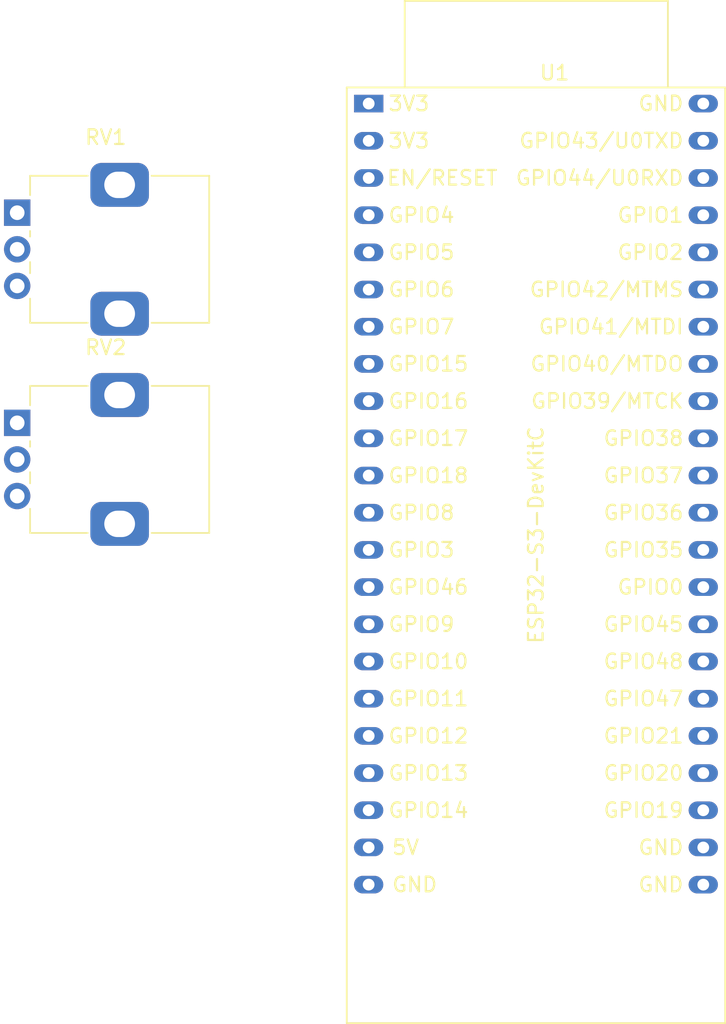
<source format=kicad_pcb>
(kicad_pcb (version 20221018) (generator pcbnew)
  (layers (0 "F.Cu" signal) (31 "B.Cu" signal) (34 "B.Paste" user) (35 "F.Paste" user) (36 "B.SilkS" user "B.Silkscreen") (37 "F.SilkS" user "F.Silkscreen") (38 "B.Mask" user) (39 "F.Mask" user) (44 "Edge.Cuts" user))
  (net 0 "")
  (net 17 "Net-(U1-GND-Pad22)")
  (net 37 "Net-(U1-3V3-Pad1)")
  (footprint "Potentiometer_THT:Potentiometer_Alps_RK09K_Single_Vertical" (layer "F.Cu") (at 115.936 79.968)
    (fp_text reference "RV2" (at 6.05 -5.15) (layer "F.SilkS"))
    (fp_text value "R_Potentiometer")
    (fp_line (start 0.88 -2.521) (end 0.88 -1.2) (stroke (width 0.12)) (layer "F.SilkS"))
    (fp_line (start 0.88 -2.521) (end 4.817 -2.521) (stroke (width 0.12)) (layer "F.SilkS"))
    (fp_line (start 0.88 1.25) (end 0.88 1.63) (stroke (width 0.12)) (layer "F.SilkS"))
    (fp_line (start 0.88 3.371) (end 0.88 4.13) (stroke (width 0.12)) (layer "F.SilkS"))
    (fp_line (start 0.88 5.87) (end 0.88 7.52) (stroke (width 0.12)) (layer "F.SilkS"))
    (fp_line (start 0.88 7.52) (end 4.817 7.52) (stroke (width 0.12)) (layer "F.SilkS"))
    (fp_line (start 9.184 -2.521) (end 13.12 -2.521) (stroke (width 0.12)) (layer "F.SilkS"))
    (fp_line (start 9.184 7.52) (end 13.12 7.52) (stroke (width 0.12)) (layer "F.SilkS"))
    (fp_line (start 13.12 -2.521) (end 13.12 7.52) (stroke (width 0.12)) (layer "F.SilkS"))
    (pad "1" thru_hole rect (at 0 0) (size 1.8 1.8) (drill 1) (layers "*.Cu" "*.Mask"))
    (pad "2" thru_hole circle (at 0 2.5) (size 1.8 1.8) (drill 1) (layers "*.Cu" "*.Mask"))
    (pad "3" thru_hole circle (at 0 5) (size 1.8 1.8) (drill 1) (layers "*.Cu" "*.Mask"))
    (pad "MP" thru_hole roundrect (at 7 -1.9) (size 4 3) (drill oval 2.1 1.8) (layers "*.Cu" "*.Mask"))
    (pad "MP" thru_hole roundrect (at 7 6.9) (size 4 3) (drill oval 2.1 1.8) (layers "*.Cu" "*.Mask"))
  )
  (footprint "PCM_Espressif:ESP32-S3-DevKitC" (layer "F.Cu") (at 139.954 58.166)
    (fp_text reference "U1" (at 12.7 -2.1) (layer "F.SilkS"))
    (fp_text value "ESP32-S3-DevKitC" (at 11.42632 29.46128 90) (layer "F.SilkS"))
    (fp_text user "GND" (at 21.59 53.34 unlocked) (layer "F.SilkS") (effects (justify right)))
    (fp_text user "GPIO2" (at 21.59 10.16 unlocked) (layer "F.SilkS") (effects (justify right)))
    (fp_text user "GPIO13" (at 1.27 45.72 unlocked) (layer "F.SilkS") (effects (justify left)))
    (fp_text user "GPIO17" (at 1.27 22.86 unlocked) (layer "F.SilkS") (effects (justify left)))
    (fp_text user "GPIO18" (at 1.27 25.4 unlocked) (layer "F.SilkS") (effects (justify left)))
    (fp_text user "GPIO38" (at 21.59 22.86 unlocked) (layer "F.SilkS") (effects (justify right)))
    (fp_text user "GPIO10" (at 1.27 38.1 unlocked) (layer "F.SilkS") (effects (justify left)))
    (fp_text user "GPIO3" (at 1.27 30.48 unlocked) (layer "F.SilkS") (effects (justify left)))
    (fp_text user "GPIO15" (at 1.27 17.78 unlocked) (layer "F.SilkS") (effects (justify left)))
    (fp_text user "GPIO19" (at 21.59 48.26 unlocked) (layer "F.SilkS") (effects (justify right)))
    (fp_text user "GND" (at 21.59 50.8 unlocked) (layer "F.SilkS") (effects (justify right)))
    (fp_text user "GPIO40/MTDO" (at 21.59 17.78 unlocked) (layer "F.SilkS") (effects (justify right)))
    (fp_text user "GPIO5" (at 1.27 10.16 unlocked) (layer "F.SilkS") (effects (justify left)))
    (fp_text user "EN/RESET" (at 8.88632 5.07728 unlocked) (layer "F.SilkS") (effects (justify right)))
    (fp_text user "GPIO41/MTDI" (at 21.59 15.24 unlocked) (layer "F.SilkS") (effects (justify right)))
    (fp_text user "GPIO16" (at 1.27 20.32 unlocked) (layer "F.SilkS") (effects (justify left)))
    (fp_text user "GPIO20" (at 21.59 45.72 unlocked) (layer "F.SilkS") (effects (justify right)))
    (fp_text user "GPIO14" (at 1.27 48.26 unlocked) (layer "F.SilkS") (effects (justify left)))
    (fp_text user "3V3" (at 1.27 0 unlocked) (layer "F.SilkS") (effects (justify left)))
    (fp_text user "GPIO21" (at 21.59 43.18 unlocked) (layer "F.SilkS") (effects (justify right)))
    (fp_text user "GPIO12" (at 1.27 43.18 unlocked) (layer "F.SilkS") (effects (justify left)))
    (fp_text user "GPIO37" (at 21.59 25.4 unlocked) (layer "F.SilkS") (effects (justify right)))
    (fp_text user "GND" (at 1.52032 53.33728 unlocked) (layer "F.SilkS") (effects (justify left)))
    (fp_text user "GPIO36" (at 21.59 27.94 unlocked) (layer "F.SilkS") (effects (justify right)))
    (fp_text user "GPIO45" (at 21.59 35.56 unlocked) (layer "F.SilkS") (effects (justify right)))
    (fp_text user "GPIO48" (at 21.59 38.1 unlocked) (layer "F.SilkS") (effects (justify right)))
    (fp_text user "GPIO8" (at 1.27 27.94 unlocked) (layer "F.SilkS") (effects (justify left)))
    (fp_text user "GPIO43/U0TXD" (at 21.59 2.54 unlocked) (layer "F.SilkS") (effects (justify right)))
    (fp_text user "GPIO7" (at 1.27 15.24 unlocked) (layer "F.SilkS") (effects (justify left)))
    (fp_text user "GPIO4" (at 1.27 7.62 unlocked) (layer "F.SilkS") (effects (justify left)))
    (fp_text user "5V" (at 1.52032 50.79728 unlocked) (layer "F.SilkS") (effects (justify left)))
    (fp_text user "GPIO44/U0RXD" (at 21.59 5.08 unlocked) (layer "F.SilkS") (effects (justify right)))
    (fp_text user "GPIO47" (at 21.59 40.64 unlocked) (layer "F.SilkS") (effects (justify right)))
    (fp_text user "GPIO42/MTMS" (at 21.59 12.7 unlocked) (layer "F.SilkS") (effects (justify right)))
    (fp_text user "GPIO46" (at 1.27 33.02 unlocked) (layer "F.SilkS") (effects (justify left)))
    (fp_text user "GPIO35" (at 21.59 30.48 unlocked) (layer "F.SilkS") (effects (justify right)))
    (fp_text user "GPIO39/MTCK" (at 21.59 20.32 unlocked) (layer "F.SilkS") (effects (justify right)))
    (fp_text user "GPIO9" (at 1.27 35.56 unlocked) (layer "F.SilkS") (effects (justify left)))
    (fp_text user "3V3" (at 1.27 2.54 unlocked) (layer "F.SilkS") (effects (justify left)))
    (fp_text user "GPIO11" (at 1.27 40.64 unlocked) (layer "F.SilkS") (effects (justify left)))
    (fp_text user "GPIO1" (at 21.59 7.62 unlocked) (layer "F.SilkS") (effects (justify right)))
    (fp_text user "GPIO0" (at 21.59 33.02 unlocked) (layer "F.SilkS") (effects (justify right)))
    (fp_text user "GPIO6" (at 1.27 12.7 unlocked) (layer "F.SilkS") (effects (justify left)))
    (fp_text user "GND" (at 21.59 0 unlocked) (layer "F.SilkS") (effects (justify right)))
    (fp_line (start -1.5 62.79728) (end 24.359999 62.79728) (stroke (width 0.12)) (layer "F.SilkS"))
    (fp_line (start -1.499999 -1.1) (end -1.5 62.79728) (stroke (width 0.12)) (layer "F.SilkS"))
    (fp_line (start 2.46012 -7.01312) (end 20.44332 -7.01312) (stroke (width 0.12)) (layer "F.SilkS"))
    (fp_line (start 2.46012 -1.12032) (end 2.46012 -7.01312) (stroke (width 0.12)) (layer "F.SilkS"))
    (fp_line (start 20.44332 -7.01312) (end 20.44332 -1.12032) (stroke (width 0.12)) (layer "F.SilkS"))
    (fp_line (start 24.359999 62.79728) (end 24.36 -1.1) (stroke (width 0.12)) (layer "F.SilkS"))
    (fp_line (start 24.36 -1.1) (end -1.499999 -1.1) (stroke (width 0.12)) (layer "F.SilkS"))
    (pad "1" thru_hole rect (at 0 0 270) (size 1.2 2) (drill 0.8) (layers "*.Cu" "*.Mask") (net 37 "Net-(U1-3V3-Pad1)"))
    (pad "2" thru_hole oval (at 0 2.54 270) (size 1.2 2) (drill 0.8) (layers "*.Cu" "*.Mask") (net 37 "Net-(U1-3V3-Pad1)"))
    (pad "3" thru_hole oval (at 0 5.08 270) (size 1.2 2) (drill 0.8) (layers "*.Cu" "*.Mask"))
    (pad "4" thru_hole oval (at 0 7.62 270) (size 1.2 2) (drill 0.8) (layers "*.Cu" "*.Mask"))
    (pad "5" thru_hole oval (at 0 10.16 270) (size 1.2 2) (drill 0.8) (layers "*.Cu" "*.Mask"))
    (pad "6" thru_hole oval (at 0 12.7 270) (size 1.2 2) (drill 0.8) (layers "*.Cu" "*.Mask"))
    (pad "7" thru_hole oval (at 0 15.24 270) (size 1.2 2) (drill 0.8) (layers "*.Cu" "*.Mask"))
    (pad "8" thru_hole oval (at 0 17.78 270) (size 1.2 2) (drill 0.8) (layers "*.Cu" "*.Mask"))
    (pad "9" thru_hole oval (at 0 20.32 270) (size 1.2 2) (drill 0.8) (layers "*.Cu" "*.Mask"))
    (pad "10" thru_hole oval (at 0 22.86 270) (size 1.2 2) (drill 0.8) (layers "*.Cu" "*.Mask"))
    (pad "11" thru_hole oval (at 0 25.4 270) (size 1.2 2) (drill 0.8) (layers "*.Cu" "*.Mask"))
    (pad "12" thru_hole oval (at 0 27.94 270) (size 1.2 2) (drill 0.8) (layers "*.Cu" "*.Mask"))
    (pad "13" thru_hole oval (at 0 30.48 270) (size 1.2 2) (drill 0.8) (layers "*.Cu" "*.Mask"))
    (pad "14" thru_hole oval (at 0 33.02 270) (size 1.2 2) (drill 0.8) (layers "*.Cu" "*.Mask"))
    (pad "15" thru_hole oval (at 0 35.56 270) (size 1.2 2) (drill 0.8) (layers "*.Cu" "*.Mask"))
    (pad "16" thru_hole oval (at 0 38.1 270) (size 1.2 2) (drill 0.8) (layers "*.Cu" "*.Mask"))
    (pad "17" thru_hole oval (at 0 40.64 270) (size 1.2 2) (drill 0.8) (layers "*.Cu" "*.Mask"))
    (pad "18" thru_hole oval (at 0 43.18 270) (size 1.2 2) (drill 0.8) (layers "*.Cu" "*.Mask"))
    (pad "19" thru_hole oval (at 0 45.72 270) (size 1.2 2) (drill 0.8) (layers "*.Cu" "*.Mask"))
    (pad "20" thru_hole oval (at -0.00368 48.25728 270) (size 1.2 2) (drill 0.8) (layers "*.Cu" "*.Mask"))
    (pad "21" thru_hole oval (at -0.00368 50.79728 270) (size 1.2 2) (drill 0.8) (layers "*.Cu" "*.Mask"))
    (pad "22" thru_hole oval (at -0.00368 53.33728 270) (size 1.2 2) (drill 0.8) (layers "*.Cu" "*.Mask") (net 17 "Net-(U1-GND-Pad22)"))
    (pad "23" thru_hole oval (at 22.86 53.34 270) (size 1.2 2) (drill 0.8) (layers "*.Cu" "*.Mask") (net 17 "Net-(U1-GND-Pad22)"))
    (pad "24" thru_hole oval (at 22.86 50.8 270) (size 1.2 2) (drill 0.8) (layers "*.Cu" "*.Mask") (net 17 "Net-(U1-GND-Pad22)"))
    (pad "25" thru_hole oval (at 22.86 48.26 270) (size 1.2 2) (drill 0.8) (layers "*.Cu" "*.Mask"))
    (pad "26" thru_hole oval (at 22.86 45.72 270) (size 1.2 2) (drill 0.8) (layers "*.Cu" "*.Mask"))
    (pad "27" thru_hole oval (at 22.86 43.18 270) (size 1.2 2) (drill 0.8) (layers "*.Cu" "*.Mask"))
    (pad "28" thru_hole oval (at 22.86 40.64 270) (size 1.2 2) (drill 0.8) (layers "*.Cu" "*.Mask"))
    (pad "29" thru_hole oval (at 22.86 38.1 270) (size 1.2 2) (drill 0.8) (layers "*.Cu" "*.Mask"))
    (pad "30" thru_hole oval (at 22.86 35.56 270) (size 1.2 2) (drill 0.8) (layers "*.Cu" "*.Mask"))
    (pad "31" thru_hole oval (at 22.86 33.02 270) (size 1.2 2) (drill 0.8) (layers "*.Cu" "*.Mask"))
    (pad "32" thru_hole oval (at 22.86 30.48 270) (size 1.2 2) (drill 0.8) (layers "*.Cu" "*.Mask"))
    (pad "33" thru_hole oval (at 22.86 27.94 270) (size 1.2 2) (drill 0.8) (layers "*.Cu" "*.Mask"))
    (pad "34" thru_hole oval (at 22.86 25.4 270) (size 1.2 2) (drill 0.8) (layers "*.Cu" "*.Mask"))
    (pad "35" thru_hole oval (at 22.86 22.86 270) (size 1.2 2) (drill 0.8) (layers "*.Cu" "*.Mask"))
    (pad "36" thru_hole oval (at 22.86 20.32 270) (size 1.2 2) (drill 0.8) (layers "*.Cu" "*.Mask"))
    (pad "37" thru_hole oval (at 22.86 17.78 270) (size 1.2 2) (drill 0.8) (layers "*.Cu" "*.Mask"))
    (pad "38" thru_hole oval (at 22.86 15.24 270) (size 1.2 2) (drill 0.8) (layers "*.Cu" "*.Mask"))
    (pad "39" thru_hole oval (at 22.86 12.7 270) (size 1.2 2) (drill 0.8) (layers "*.Cu" "*.Mask"))
    (pad "40" thru_hole oval (at 22.86 10.16 270) (size 1.2 2) (drill 0.8) (layers "*.Cu" "*.Mask"))
    (pad "41" thru_hole oval (at 22.86 7.62 270) (size 1.2 2) (drill 0.8) (layers "*.Cu" "*.Mask"))
    (pad "42" thru_hole oval (at 22.86 5.08 270) (size 1.2 2) (drill 0.8) (layers "*.Cu" "*.Mask"))
    (pad "43" thru_hole oval (at 22.86 2.54 270) (size 1.2 2) (drill 0.8) (layers "*.Cu" "*.Mask"))
    (pad "44" thru_hole oval (at 22.86 0 270) (size 1.2 2) (drill 0.8) (layers "*.Cu" "*.Mask") (net 17 "Net-(U1-GND-Pad22)"))
  )
  (footprint "Potentiometer_THT:Potentiometer_Alps_RK09K_Single_Vertical" (layer "F.Cu") (at 115.936 65.618)
    (fp_text reference "RV1" (at 6.05 -5.15) (layer "F.SilkS"))
    (fp_text value "R_Potentiometer")
    (fp_line (start 0.88 -2.521) (end 0.88 -1.2) (stroke (width 0.12)) (layer "F.SilkS"))
    (fp_line (start 0.88 -2.521) (end 4.817 -2.521) (stroke (width 0.12)) (layer "F.SilkS"))
    (fp_line (start 0.88 1.25) (end 0.88 1.63) (stroke (width 0.12)) (layer "F.SilkS"))
    (fp_line (start 0.88 3.371) (end 0.88 4.13) (stroke (width 0.12)) (layer "F.SilkS"))
    (fp_line (start 0.88 5.87) (end 0.88 7.52) (stroke (width 0.12)) (layer "F.SilkS"))
    (fp_line (start 0.88 7.52) (end 4.817 7.52) (stroke (width 0.12)) (layer "F.SilkS"))
    (fp_line (start 9.184 -2.521) (end 13.12 -2.521) (stroke (width 0.12)) (layer "F.SilkS"))
    (fp_line (start 9.184 7.52) (end 13.12 7.52) (stroke (width 0.12)) (layer "F.SilkS"))
    (fp_line (start 13.12 -2.521) (end 13.12 7.52) (stroke (width 0.12)) (layer "F.SilkS"))
    (pad "1" thru_hole rect (at 0 0) (size 1.8 1.8) (drill 1) (layers "*.Cu" "*.Mask"))
    (pad "2" thru_hole circle (at 0 2.5) (size 1.8 1.8) (drill 1) (layers "*.Cu" "*.Mask"))
    (pad "3" thru_hole circle (at 0 5) (size 1.8 1.8) (drill 1) (layers "*.Cu" "*.Mask"))
    (pad "MP" thru_hole roundrect (at 7 -1.9) (size 4 3) (drill oval 2.1 1.8) (layers "*.Cu" "*.Mask"))
    (pad "MP" thru_hole roundrect (at 7 6.9) (size 4 3) (drill oval 2.1 1.8) (layers "*.Cu" "*.Mask"))
  )
)
</source>
